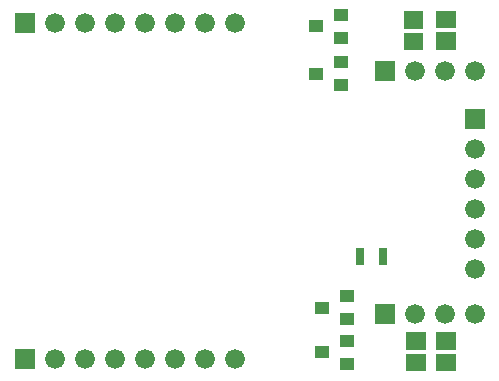
<source format=gbr>
G04 start of page 4 for group -4063 idx -4063 *
G04 Title: (unknown), componentmask *
G04 Creator: pcb 20091103 *
G04 CreationDate: Mon 21 Mar 2011 07:49:43 AM GMT UTC *
G04 For: gjhurlbu *
G04 Format: Gerber/RS-274X *
G04 PCB-Dimensions: 600000 500000 *
G04 PCB-Coordinate-Origin: lower left *
%MOIN*%
%FSLAX25Y25*%
%LNFRONTMASK*%
%ADD12C,0.0200*%
%ADD19C,0.0660*%
%ADD20R,0.0400X0.0400*%
%ADD21R,0.0572X0.0572*%
%ADD22R,0.0260X0.0260*%
G54D12*G36*
X38700Y417300D02*Y410700D01*
X45300D01*
Y417300D01*
X38700D01*
G37*
G36*
Y305300D02*Y298700D01*
X45300D01*
Y305300D01*
X38700D01*
G37*
G54D19*X52000Y414000D03*
Y302000D03*
X62000Y414000D03*
Y302000D03*
X72000Y414000D03*
Y302000D03*
X82000D03*
X92000D03*
X102000D03*
X112000D03*
X82000Y414000D03*
X92000D03*
X102000D03*
X112000D03*
G54D12*G36*
X188700Y385300D02*Y378700D01*
X195300D01*
Y385300D01*
X188700D01*
G37*
G54D19*X192000Y372000D03*
Y362000D03*
Y352000D03*
Y342000D03*
Y332000D03*
G54D12*G36*
X158700Y320300D02*Y313700D01*
X165300D01*
Y320300D01*
X158700D01*
G37*
G54D19*X172000Y317000D03*
X182000D03*
X192000D03*
G54D12*G36*
X158700Y401300D02*Y394700D01*
X165300D01*
Y401300D01*
X158700D01*
G37*
G54D19*X172000Y398000D03*
X182000D03*
X192000D03*
G54D20*X147000Y393200D02*X147600D01*
X147000Y401000D02*X147600D01*
X147000Y409000D02*X147600D01*
X147000Y416800D02*X147600D01*
X138800Y412900D02*X139400D01*
X138800Y397100D02*X139400D01*
G54D21*X171214Y407914D02*X172000D01*
X171214Y415000D02*X172000D01*
X182000Y408000D02*X182786D01*
X182000Y415086D02*X182786D01*
G54D22*X161400Y337700D02*Y334600D01*
X153600Y337700D02*Y334600D01*
G54D21*X182000Y308000D02*X182786D01*
X182000Y300914D02*X182786D01*
X172000Y308000D02*X172786D01*
X172000Y300914D02*X172786D01*
G54D20*X149000Y315200D02*X149600D01*
X149000Y300300D02*X149600D01*
X149000Y308100D02*X149600D01*
X149000Y323000D02*X149600D01*
X140800Y319100D02*X141400D01*
X140800Y304200D02*X141400D01*
M02*

</source>
